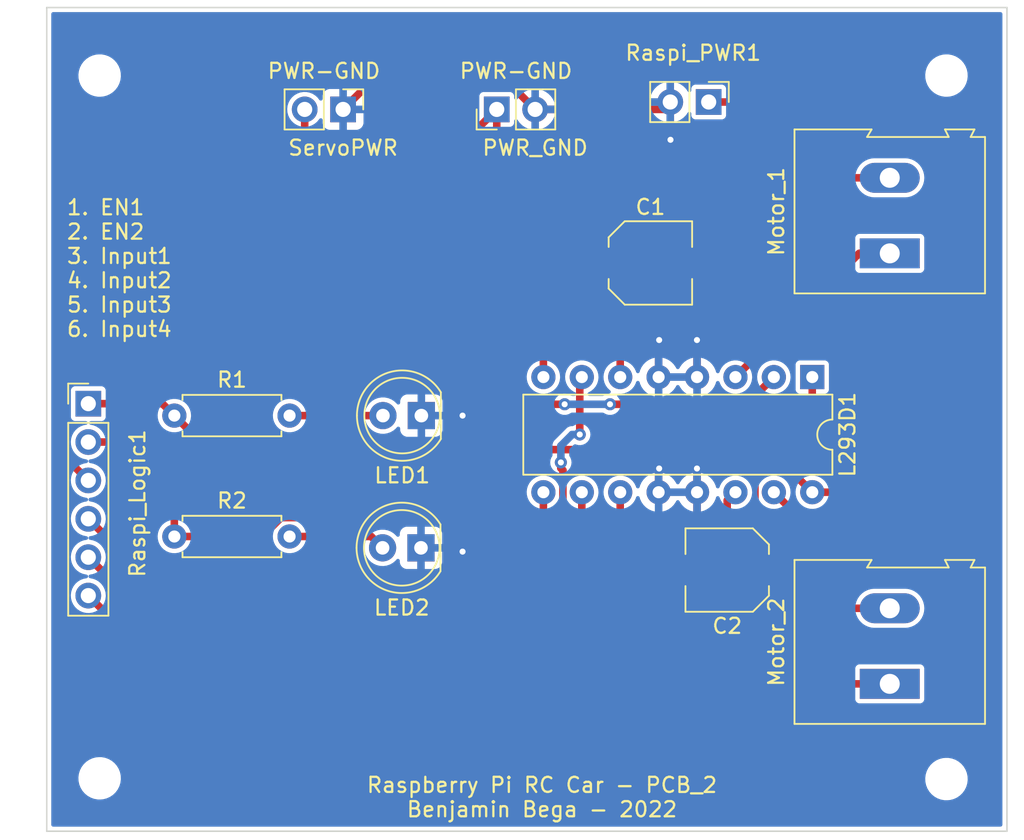
<source format=kicad_pcb>
(kicad_pcb (version 20211014) (generator pcbnew)
  (layers (0 "F.Cu" signal) (31 "B.Cu" power) (34 "B.Paste" user) (35 "F.Paste" user) (36 "B.SilkS" user "B.Silkscreen") (37 "F.SilkS" user "F.Silkscreen") (38 "B.Mask" user) (39 "F.Mask" user) (44 "Edge.Cuts" user))
  (net 0 "")
  (net 1 "GND")
  (net 2 "+7.5V")
  (net 3 "+5V")
  (net 4 "Net-(L293D1-Pad2)")
  (net 5 "Net-(LED1-Pad2)")
  (net 6 "Net-(LED2-Pad2)")
  (net 7 "Net-(L293D1-Pad3)")
  (net 8 "Net-(L293D1-Pad6)")
  (net 9 "Net-(L293D1-Pad7)")
  (net 10 "Net-(L293D1-Pad10)")
  (net 11 "Net-(L293D1-Pad11)")
  (net 12 "Net-(L293D1-Pad14)")
  (net 13 "Net-(L293D1-Pad15)")
  (net 14 "Net-(L293D1-Pad1)")
  (net 15 "Net-(L293D1-Pad9)")
  (footprint "Capacitor_SMD:C_Elec_5x5.4" (layer "F.Cu") (at 185.42 88.9)
    (fp_text reference "C1" (at 0 -3.7) (layer "F.SilkS"))
    (fp_text value "1uF")
    (fp_line (start -2.76 -1.695563) (end -1.695563 -2.76) (layer "F.SilkS") (width 0.12))
    (fp_line (start -2.76 1.695563) (end -2.76 1.06) (layer "F.SilkS") (width 0.12))
    (fp_line (start -1.695563 2.76) (end 2.76 2.76) (layer "F.SilkS") (width 0.12))
    (fp_line (start -1.695563 -2.76) (end 2.76 -2.76) (layer "F.SilkS") (width 0.12))
    (fp_line (start -2.76 -1.695563) (end -2.76 -1.06) (layer "F.SilkS") (width 0.12))
    (fp_line (start 2.76 -2.76) (end 2.76 -1.06) (layer "F.SilkS") (width 0.12))
    (fp_line (start 2.76 2.76) (end 2.76 1.06) (layer "F.SilkS") (width 0.12))
    (fp_line (start -2.76 1.695563) (end -1.695563 2.76) (layer "F.SilkS") (width 0.12))
    (pad "1" smd roundrect (at -2.0625 0) (size 2.775 1.6) (layers "F.Cu" "F.Paste" "F.Mask") (roundrect_rratio 0.15625) (net 2 "+7.5V"))
    (pad "2" smd roundrect (at 2.0625 0) (size 2.775 1.6) (layers "F.Cu" "F.Paste" "F.Mask") (roundrect_rratio 0.15625) (net 1 "GND"))
  )
  (footprint "LED_THT:LED_D5.0mm" (layer "F.Cu") (at 170.275 99 180)
    (fp_text reference "LED1" (at 1.27 -3.96) (layer "F.SilkS"))
    (fp_text value "LED1")
    (fp_line (start -1.29 -1.545) (end -1.29 1.545) (layer "F.SilkS") (width 0.12))
    (fp_arc (start 4.26 -0.000462) (mid 2.072002 2.880433) (end -1.29 1.54483) (layer "F.SilkS") (width 0.12))
    (fp_arc (start -1.29 -1.54483) (mid 2.072002 -2.880433) (end 4.26 0.000462) (layer "F.SilkS") (width 0.12))
    (fp_circle (center 1.27 0) (end 3.77 0) (layer "F.SilkS") (width 0.12) (fill none))
    (pad "1" thru_hole rect (at 0 0 180) (size 1.8 1.8) (drill 0.9) (layers *.Cu *.Mask) (net 1 "GND"))
    (pad "2" thru_hole circle (at 2.54 0 180) (size 1.8 1.8) (drill 0.9) (layers *.Cu *.Mask) (net 5 "Net-(LED1-Pad2)"))
  )
  (footprint "MountingHole:MountingHole_2.2mm_M2" (layer "F.Cu") (at 205 123.05)
    (fp_text reference "H3" hide)
    (fp_text value "MountingHole")
    (pad "" np_thru_hole circle (at 0 0) (size 2.2 2.2) (drill 2.2) (layers *.Cu *.Mask))
  )
  (footprint "Connector_PinHeader_2.54mm:PinHeader_1x02_P2.54mm_Vertical" (layer "F.Cu") (at 165.1 78.74 -90)
    (fp_text reference "ServoPWR" (at 2.54 0 180) (layer "F.SilkS"))
    (fp_text value "ServoPWR/GND")
    (fp_line (start -1.33 0) (end -1.33 -1.33) (layer "F.SilkS") (width 0.12))
    (fp_line (start -1.33 1.27) (end -1.33 3.87) (layer "F.SilkS") (width 0.12))
    (fp_line (start -1.33 1.27) (end 1.33 1.27) (layer "F.SilkS") (width 0.12))
    (fp_line (start 1.33 1.27) (end 1.33 3.87) (layer "F.SilkS") (width 0.12))
    (fp_line (start -1.33 -1.33) (end 0 -1.33) (layer "F.SilkS") (width 0.12))
    (fp_line (start -1.33 3.87) (end 1.33 3.87) (layer "F.SilkS") (width 0.12))
    (pad "1" thru_hole rect (at 0 0 270) (size 1.7 1.7) (drill 1) (layers *.Cu *.Mask) (net 1 "GND"))
    (pad "2" thru_hole oval (at 0 2.54 270) (size 1.7 1.7) (drill 1) (layers *.Cu *.Mask) (net 2 "+7.5V"))
  )
  (footprint "Resistor_THT:R_Axial_DIN0207_L6.3mm_D2.5mm_P7.62mm_Horizontal" (layer "F.Cu") (at 153.94 99)
    (fp_text reference "R1" (at 3.81 -2.37) (layer "F.SilkS"))
    (fp_text value "3.3k")
    (fp_line (start 0.54 1.04) (end 0.54 1.37) (layer "F.SilkS") (width 0.12))
    (fp_line (start 7.08 -1.37) (end 7.08 -1.04) (layer "F.SilkS") (width 0.12))
    (fp_line (start 0.54 1.37) (end 7.08 1.37) (layer "F.SilkS") (width 0.12))
    (fp_line (start 0.54 -1.37) (end 7.08 -1.37) (layer "F.SilkS") (width 0.12))
    (fp_line (start 7.08 1.37) (end 7.08 1.04) (layer "F.SilkS") (width 0.12))
    (fp_line (start 0.54 -1.04) (end 0.54 -1.37) (layer "F.SilkS") (width 0.12))
    (pad "1" thru_hole circle (at 0 0) (size 1.6 1.6) (drill 0.8) (layers *.Cu *.Mask) (net 14 "Net-(L293D1-Pad1)"))
    (pad "2" thru_hole oval (at 7.62 0) (size 1.6 1.6) (drill 0.8) (layers *.Cu *.Mask) (net 5 "Net-(LED1-Pad2)"))
  )
  (footprint "Capacitor_SMD:C_Elec_5x5.4" (layer "F.Cu") (at 190.5 109.22 180)
    (fp_text reference "C2" (at 0 -3.7) (layer "F.SilkS"))
    (fp_text value "1uF")
    (fp_line (start 2.76 2.76) (end 2.76 1.06) (layer "F.SilkS") (width 0.12))
    (fp_line (start -2.76 -1.695563) (end -1.695563 -2.76) (layer "F.SilkS") (width 0.12))
    (fp_line (start -2.76 1.695563) (end -2.76 1.06) (layer "F.SilkS") (width 0.12))
    (fp_line (start -1.695563 2.76) (end 2.76 2.76) (layer "F.SilkS") (width 0.12))
    (fp_line (start -1.695563 -2.76) (end 2.76 -2.76) (layer "F.SilkS") (width 0.12))
    (fp_line (start -2.76 1.695563) (end -1.695563 2.76) (layer "F.SilkS") (width 0.12))
    (fp_line (start 2.76 -2.76) (end 2.76 -1.06) (layer "F.SilkS") (width 0.12))
    (fp_line (start -2.76 -1.695563) (end -2.76 -1.06) (layer "F.SilkS") (width 0.12))
    (pad "1" smd roundrect (at -2.0625 0 180) (size 2.775 1.6) (layers "F.Cu" "F.Paste" "F.Mask") (roundrect_rratio 0.15625) (net 3 "+5V"))
    (pad "2" smd roundrect (at 2.0625 0 180) (size 2.775 1.6) (layers "F.Cu" "F.Paste" "F.Mask") (roundrect_rratio 0.15625) (net 1 "GND"))
  )
  (footprint "Connector_PinHeader_2.54mm:PinHeader_1x06_P2.54mm_Vertical" (layer "F.Cu") (at 148.25 98.21)
    (fp_text reference "Raspi_Logic1" (at 3.25 6.6 90) (layer "F.SilkS"))
    (fp_text value "PiLogicHeaders")
    (fp_line (start -1.33 0) (end -1.33 -1.33) (layer "F.SilkS") (width 0.12))
    (fp_line (start -1.33 1.27) (end -1.33 14.03) (layer "F.SilkS") (width 0.12))
    (fp_line (start 1.33 1.27) (end 1.33 14.03) (layer "F.SilkS") (width 0.12))
    (fp_line (start -1.33 1.27) (end 1.33 1.27) (layer "F.SilkS") (width 0.12))
    (fp_line (start -1.33 14.03) (end 1.33 14.03) (layer "F.SilkS") (width 0.12))
    (fp_line (start -1.33 -1.33) (end 0 -1.33) (layer "F.SilkS") (width 0.12))
    (pad "1" thru_hole rect (at 0 0) (size 1.7 1.7) (drill 1) (layers *.Cu *.Mask) (net 14 "Net-(L293D1-Pad1)"))
    (pad "2" thru_hole oval (at 0 2.54) (size 1.7 1.7) (drill 1) (layers *.Cu *.Mask) (net 15 "Net-(L293D1-Pad9)"))
    (pad "3" thru_hole oval (at 0 5.08) (size 1.7 1.7) (drill 1) (layers *.Cu *.Mask) (net 4 "Net-(L293D1-Pad2)"))
    (pad "4" thru_hole oval (at 0 7.62) (size 1.7 1.7) (drill 1) (layers *.Cu *.Mask) (net 9 "Net-(L293D1-Pad7)"))
    (pad "5" thru_hole oval (at 0 10.16) (size 1.7 1.7) (drill 1) (layers *.Cu *.Mask) (net 10 "Net-(L293D1-Pad10)"))
    (pad "6" thru_hole oval (at 0 12.7) (size 1.7 1.7) (drill 1) (layers *.Cu *.Mask) (net 13 "Net-(L293D1-Pad15)"))
  )
  (footprint "TerminalBlock:TerminalBlock_Altech_AK300-2_P5.00mm" (layer "F.Cu") (at 201.25 88.265 90)
    (fp_text reference "Motor_1" (at 2.765 -7.5 90) (layer "F.SilkS"))
    (fp_text value "MotorTerminal1")
    (fp_line (start 7.7 6.3) (end 7.7 5.35) (layer "F.SilkS") (width 0.12))
    (fp_line (start 7.7 5.35) (end 8.2 5.6) (layer "F.SilkS") (width 0.12))
    (fp_line (start 8.2 5.6) (end 8.2 3.7) (layer "F.SilkS") (width 0.12))
    (fp_line (start 8.2 3.7) (end 8.2 3.65) (layer "F.SilkS") (width 0.12))
    (fp_line (start 8.2 -1.2) (end 8.2 -6.3) (layer "F.SilkS") (width 0.12))
    (fp_line (start -2.65 -6.3) (end -2.65 6.3) (layer "F.SilkS") (width 0.12))
    (fp_line (start 7.7 -1.5) (end 8.2 -1.2) (layer "F.SilkS") (width 0.12))
    (fp_line (start 7.7 3.9) (end 7.7 -1.5) (layer "F.SilkS") (width 0.12))
    (fp_line (start -2.65 6.3) (end 7.7 6.3) (layer "F.SilkS") (width 0.12))
    (fp_line (start 8.2 3.65) (end 7.7 3.9) (layer "F.SilkS") (width 0.12))
    (fp_line (start 8.2 -6.3) (end -2.65 -6.3) (layer "F.SilkS") (width 0.12))
    (pad "1" thru_hole rect (at 0 0 90) (size 1.98 3.96) (drill 1.32) (layers *.Cu *.Mask) (net 7 "Net-(L293D1-Pad3)"))
    (pad "2" thru_hole oval (at 5 0 90) (size 1.98 3.96) (drill 1.32) (layers *.Cu *.Mask) (net 8 "Net-(L293D1-Pad6)"))
  )
  (footprint "MountingHole:MountingHole_2.2mm_M2" (layer "F.Cu") (at 149 76.5)
    (fp_text reference "H1" hide)
    (fp_text value "MountingHole")
    (pad "" np_thru_hole circle (at 0 0) (size 2.2 2.2) (drill 2.2) (layers *.Cu *.Mask))
  )
  (footprint "Resistor_THT:R_Axial_DIN0207_L6.3mm_D2.5mm_P7.62mm_Horizontal" (layer "F.Cu") (at 153.94 107)
    (fp_text reference "R2" (at 3.81 -2.37) (layer "F.SilkS"))
    (fp_text value "3.3k")
    (fp_line (start 0.54 1.04) (end 0.54 1.37) (layer "F.SilkS") (width 0.12))
    (fp_line (start 0.54 -1.04) (end 0.54 -1.37) (layer "F.SilkS") (width 0.12))
    (fp_line (start 0.54 -1.37) (end 7.08 -1.37) (layer "F.SilkS") (width 0.12))
    (fp_line (start 0.54 1.37) (end 7.08 1.37) (layer "F.SilkS") (width 0.12))
    (fp_line (start 7.08 1.37) (end 7.08 1.04) (layer "F.SilkS") (width 0.12))
    (fp_line (start 7.08 -1.37) (end 7.08 -1.04) (layer "F.SilkS") (width 0.12))
    (pad "1" thru_hole circle (at 0 0) (size 1.6 1.6) (drill 0.8) (layers *.Cu *.Mask) (net 15 "Net-(L293D1-Pad9)"))
    (pad "2" thru_hole oval (at 7.62 0) (size 1.6 1.6) (drill 0.8) (layers *.Cu *.Mask) (net 6 "Net-(LED2-Pad2)"))
  )
  (footprint "MountingHole:MountingHole_2.2mm_M2" (layer "F.Cu") (at 149 123)
    (fp_text reference "H4" hide)
    (fp_text value "MountingHole")
    (pad "" np_thru_hole circle (at 0 0) (size 2.2 2.2) (drill 2.2) (layers *.Cu *.Mask))
  )
  (footprint "TerminalBlock:TerminalBlock_Altech_AK300-2_P5.00mm" (layer "F.Cu") (at 201.25 116.75 90)
    (fp_text reference "Motor_2" (at 2.765 -7.5 90) (layer "F.SilkS"))
    (fp_text value "MotorTerminal2")
    (fp_line (start 7.7 3.9) (end 7.7 -1.5) (layer "F.SilkS") (width 0.12))
    (fp_line (start 8.2 3.7) (end 8.2 3.65) (layer "F.SilkS") (width 0.12))
    (fp_line (start 8.2 5.6) (end 8.2 3.7) (layer "F.SilkS") (width 0.12))
    (fp_line (start 8.2 -6.3) (end -2.65 -6.3) (layer "F.SilkS") (width 0.12))
    (fp_line (start 7.7 6.3) (end 7.7 5.35) (layer "F.SilkS") (width 0.12))
    (fp_line (start 7.7 5.35) (end 8.2 5.6) (layer "F.SilkS") (width 0.12))
    (fp_line (start -2.65 6.3) (end 7.7 6.3) (layer "F.SilkS") (width 0.12))
    (fp_line (start 8.2 -1.2) (end 8.2 -6.3) (layer "F.SilkS") (width 0.12))
    (fp_line (start 8.2 3.65) (end 7.7 3.9) (layer "F.SilkS") (width 0.12))
    (fp_line (start -2.65 -6.3) (end -2.65 6.3) (layer "F.SilkS") (width 0.12))
    (fp_line (start 7.7 -1.5) (end 8.2 -1.2) (layer "F.SilkS") (width 0.12))
    (pad "1" thru_hole rect (at 0 0 90) (size 1.98 3.96) (drill 1.32) (layers *.Cu *.Mask) (net 11 "Net-(L293D1-Pad11)"))
    (pad "2" thru_hole oval (at 5 0 90) (size 1.98 3.96) (drill 1.32) (layers *.Cu *.Mask) (net 12 "Net-(L293D1-Pad14)"))
  )
  (footprint "Connector_PinHeader_2.54mm:PinHeader_1x02_P2.54mm_Vertical" (layer "F.Cu") (at 175.26 78.74 90)
    (fp_text reference "PWR_GND" (at -2.54 2.54 180) (layer "F.SilkS"))
    (fp_text value "PWR_GND")
    (fp_line (start 1.33 1.27) (end 1.33 3.87) (layer "F.SilkS") (width 0.12))
    (fp_line (start -1.33 -1.33) (end 0 -1.33) (layer "F.SilkS") (width 0.12))
    (fp_line (start -1.33 3.87) (end 1.33 3.87) (layer "F.SilkS") (width 0.12))
    (fp_line (start -1.33 0) (end -1.33 -1.33) (layer "F.SilkS") (width 0.12))
    (fp_line (start -1.33 1.27) (end -1.33 3.87) (layer "F.SilkS") (width 0.12))
    (fp_line (start -1.33 1.27) (end 1.33 1.27) (layer "F.SilkS") (width 0.12))
    (pad "1" thru_hole rect (at 0 0 90) (size 1.7 1.7) (drill 1) (layers *.Cu *.Mask) (net 2 "+7.5V"))
    (pad "2" thru_hole oval (at 0 2.54 90) (size 1.7 1.7) (drill 1) (layers *.Cu *.Mask) (net 1 "GND"))
  )
  (footprint "MountingHole:MountingHole_2.2mm_M2" (layer "F.Cu") (at 205 76.5)
    (fp_text reference "H2" hide)
    (fp_text value "MountingHole")
    (pad "" np_thru_hole circle (at 0 0) (size 2.2 2.2) (drill 2.2) (layers *.Cu *.Mask))
  )
  (footprint "LED_THT:LED_D5.0mm" (layer "F.Cu") (at 170.25 107.75 180)
    (fp_text reference "LED2" (at 1.27 -3.96) (layer "F.SilkS"))
    (fp_text value "LED2")
    (fp_line (start -1.29 -1.545) (end -1.29 1.545) (layer "F.SilkS") (width 0.12))
    (fp_arc (start 4.26 -0.000462) (mid 2.072002 2.880433) (end -1.29 1.54483) (layer "F.SilkS") (width 0.12))
    (fp_arc (start -1.29 -1.54483) (mid 2.072002 -2.880433) (end 4.26 0.000462) (layer "F.SilkS") (width 0.12))
    (fp_circle (center 1.27 0) (end 3.77 0) (layer "F.SilkS") (width 0.12) (fill none))
    (pad "1" thru_hole rect (at 0 0 180) (size 1.8 1.8) (drill 0.9) (layers *.Cu *.Mask) (net 1 "GND"))
    (pad "2" thru_hole circle (at 2.54 0 180) (size 1.8 1.8) (drill 0.9) (layers *.Cu *.Mask) (net 6 "Net-(LED2-Pad2)"))
  )
  (footprint "Package_DIP:DIP-16_W7.62mm" (layer "F.Cu") (at 196.125 96.45 -90)
    (fp_text reference "L293D1" (at 3.81 -2.33 90) (layer "F.SilkS"))
    (fp_text value "L293D")
    (fp_line (start 6.46 19.11) (end 6.46 -1.33) (layer "F.SilkS") (width 0.12))
    (fp_line (start 1.16 -1.33) (end 1.16 19.11) (layer "F.SilkS") (width 0.12))
    (fp_line (start 2.81 -1.33) (end 1.16 -1.33) (layer "F.SilkS") (width 0.12))
    (fp_line (start 6.46 -1.33) (end 4.81 -1.33) (layer "F.SilkS") (width 0.12))
    (fp_line (start 1.16 19.11) (end 6.46 19.11) (layer "F.SilkS") (width 0.12))
    (fp_arc (start 4.81 -1.33) (mid 3.81 -0.33) (end 2.81 -1.33) (layer "F.SilkS") (width 0.12))
    (pad "1" thru_hole rect (at 0 0 270) (size 1.6 1.6) (drill 0.8) (layers *.Cu *.Mask) (net 14 "Net-(L293D1-Pad1)"))
    (pad "2" thru_hole oval (at 0 2.54 270) (size 1.6 1.6) (drill 0.8) (layers *.Cu *.Mask) (net 4 "Net-(L293D1-Pad2)"))
    (pad "3" thru_hole oval (at 0 5.08 270) (size 1.6 1.6) (drill 0.8) (layers *.Cu *.Mask) (net 7 "Net-(L293D1-Pad3)"))
    (pad "4" thru_hole oval (at 0 7.62 270) (size 1.6 1.6) (drill 0.8) (layers *.Cu *.Mask) (net 1 "GND"))
    (pad "5" thru_hole oval (at 0 10.16 270) (size 1.6 1.6) (drill 0.8) (layers *.Cu *.Mask) (net 1 "GND"))
    (pad "6" thru_hole oval (at 0 12.7 270) (size 1.6 1.6) (drill 0.8) (layers *.Cu *.Mask) (net 8 "Net-(L293D1-Pad6)"))
    (pad "7" thru_hole oval (at 0 15.24 270) (size 1.6 1.6) (drill 0.8) (layers *.Cu *.Mask) (net 9 "Net-(L293D1-Pad7)"))
    (pad "8" thru_hole oval (at 0 17.78 270) (size 1.6 1.6) (drill 0.8) (layers *.Cu *.Mask) (net 2 "+7.5V"))
    (pad "9" thru_hole oval (at 7.62 17.78 270) (size 1.6 1.6) (drill 0.8) (layers *.Cu *.Mask) (net 15 "Net-(L293D1-Pad9)"))
    (pad "10" thru_hole oval (at 7.62 15.24 270) (size 1.6 1.6) (drill 0.8) (layers *.Cu *.Mask) (net 10 "Net-(L293D1-Pad10)"))
    (pad "11" thru_hole oval (at 7.62 12.7 270) (size 1.6 1.6) (drill 0.8) (layers *.Cu *.Mask) (net 11 "Net-(L293D1-Pad11)"))
    (pad "12" thru_hole oval (at 7.62 10.16 270) (size 1.6 1.6) (drill 0.8) (layers *.Cu *.Mask) (net 1 "GND"))
    (pad "13" thru_hole oval (at 7.62 7.62 270) (size 1.6 1.6) (drill 0.8) (layers *.Cu *.Mask) (net 1 "GND"))
    (pad "14" thru_hole oval (at 7.62 5.08 270) (size 1.6 1.6) (drill 0.8) (layers *.Cu *.Mask) (net 12 "Net-(L293D1-Pad14)"))
    (pad "15" thru_hole oval (at 7.62 2.54 270) (size 1.6 1.6) (drill 0.8) (layers *.Cu *.Mask) (net 13 "Net-(L293D1-Pad15)"))
    (pad "16" thru_hole oval (at 7.62 0 270) (size 1.6 1.6) (drill 0.8) (layers *.Cu *.Mask) (net 3 "+5V"))
  )
  (footprint "Connector_PinHeader_2.54mm:PinHeader_1x02_P2.54mm_Vertical" (layer "F.Cu") (at 189.275 78.25 -90)
    (fp_text reference "Raspi_PWR1" (at -3.25 1.025) (layer "F.SilkS"))
    (fp_text value "RaspiPWR/GND")
    (fp_line (start -1.33 -1.33) (end 0 -1.33) (layer "F.SilkS") (width 0.12))
    (fp_line (start -1.33 0) (end -1.33 -1.33) (layer "F.SilkS") (width 0.12))
    (fp_line (start -1.33 1.27) (end 1.33 1.27) (layer "F.SilkS") (width 0.12))
    (fp_line (start -1.33 1.27) (end -1.33 3.87) (layer "F.SilkS") (width 0.12))
    (fp_line (start 1.33 1.27) (end 1.33 3.87) (layer "F.SilkS") (width 0.12))
    (fp_line (start -1.33 3.87) (end 1.33 3.87) (layer "F.SilkS") (width 0.12))
    (pad "1" thru_hole rect (at 0 0 270) (size 1.7 1.7) (drill 1) (layers *.Cu *.Mask) (net 3 "+5V"))
    (pad "2" thru_hole oval (at 0 2.54 270) (size 1.7 1.7) (drill 1) (layers *.Cu *.Mask) (net 1 "GND"))
  )
  (gr_line (start 209 72) (end 209 126.5) (layer "Edge.Cuts") (width 0.1))
  (gr_line (start 145.5 72) (end 145.5 126.5) (layer "Edge.Cuts") (width 0.1))
  (gr_line (start 145.5 72) (end 209 72) (layer "Edge.Cuts") (width 0.1))
  (gr_line (start 145.5 126.5) (end 209 126.5) (layer "Edge.Cuts") (width 0.1))
  (gr_text "PWR-GND" (at 172.72 76.2) (layer "F.SilkS") (effects (font (size 1 1)) (justify left)))
  (gr_text "1. EN1\n2. EN2\n3. Input1\n4. Input2\n5. Input3\n6. Input4" (at 146.75 89.25) (layer "F.SilkS") (effects (font (size 1 1)) (justify left)))
  (gr_text "PWR-GND" (at 160.02 76.2) (layer "F.SilkS") (effects (font (size 1 1)) (justify left)))
  (gr_text "Raspberry Pi RC Car - PCB_2\nBenjamin Bega - 2022" (at 178.25 124.25) (layer "F.SilkS") (effects (font (size 1 1))))
  (segment (start 188.505 94.005) (end 188.5 94) (width 0.5) (layer "F.Cu") (net 1))
  (segment (start 177.8 78.74) (end 186.245 78.74) (width 0.5) (layer "F.Cu") (net 1))
  (segment (start 185.965 104.07) (end 185.965 102.535) (width 0.5) (layer "F.Cu") (net 1))
  (segment (start 186.735 80.735) (end 186.75 80.75) (width 0.5) (layer "F.Cu") (net 1))
  (segment (start 170.25 107.75) (end 172.75 107.75) (width 0.25) (layer "F.Cu") (net 1))
  (segment (start 175.26 76.2) (end 177.8 78.74) (width 0.5) (layer "F.Cu") (net 1))
  (segment (start 188.4375 109.22) (end 188.505 109.1525) (width 0.25) (layer "F.Cu") (net 1))
  (segment (start 165.1 78.74) (end 167.64 76.2) (width 0.5) (layer "F.Cu") (net 1))
  (segment (start 186.245 78.74) (end 186.735 78.25) (width 0.25) (layer "F.Cu") (net 1))
  (segment (start 188.505 109.1525) (end 188.505 104.07) (width 0.5) (layer "F.Cu") (net 1))
  (segment (start 188.5 89.9175) (end 187.4825 88.9) (width 0.5) (layer "F.Cu") (net 1))
  (segment (start 186.735 78.25) (end 186.735 80.735) (width 0.5) (layer "F.Cu") (net 1))
  (segment (start 167.64 76.2) (end 175.26 76.2) (width 0.5) (layer "F.Cu") (net 1))
  (segment (start 185.965 102.535) (end 186 102.5) (width 0.5) (layer "F.Cu") (net 1))
  (segment (start 186 94) (end 185.965 94.035) (width 0.5) (layer "F.Cu") (net 1))
  (segment (start 185.965 94.035) (end 185.965 96.45) (width 0.5) (layer "F.Cu") (net 1))
  (segment (start 172.75 107.75) (end 173 108) (width 0.25) (layer "F.Cu") (net 1))
  (segment (start 188.505 96.45) (end 188.505 94.005) (width 0.5) (layer "F.Cu") (net 1))
  (segment (start 170.275 99) (end 173 99) (width 0.25) (layer "F.Cu") (net 1))
  (segment (start 188.505 104.07) (end 188.505 102.505) (width 0.5) (layer "F.Cu") (net 1))
  (segment (start 188.505 102.505) (end 188.5 102.5) (width 0.5) (layer "F.Cu") (net 1))
  (segment (start 188.5 94) (end 188.5 89.9175) (width 0.5) (layer "F.Cu") (net 1))
  (via (at 173 99) (size 0.8) (drill 0.4) (layers "F.Cu" "B.Cu") (net 1))
  (via (at 186 102.5) (size 0.8) (drill 0.4) (layers "F.Cu" "B.Cu") (net 1))
  (via (at 173 108) (size 0.8) (drill 0.4) (layers "F.Cu" "B.Cu") (net 1))
  (via (at 188.5 102.5) (size 0.8) (drill 0.4) (layers "F.Cu" "B.Cu") (net 1))
  (via (at 186 94) (size 0.8) (drill 0.4) (layers "F.Cu" "B.Cu") (net 1))
  (via (at 186.75 80.75) (size 0.8) (drill 0.4) (layers "F.Cu" "B.Cu") (net 1))
  (via (at 188.5 94) (size 0.8) (drill 0.4) (layers "F.Cu" "B.Cu") (net 1))
  (segment (start 172.72 81.28) (end 162.56 81.28) (width 0.5) (layer "F.Cu") (net 2))
  (segment (start 179.54 88.9) (end 183.3575 88.9) (width 0.5) (layer "F.Cu") (net 2))
  (segment (start 175.26 78.74) (end 172.72 81.28) (width 0.5) (layer "F.Cu") (net 2))
  (segment (start 178.345 90.095) (end 175.75 87.5) (width 0.5) (layer "F.Cu") (net 2))
  (segment (start 175.26 78.74) (end 175.26 87.01) (width 0.5) (layer "F.Cu") (net 2))
  (segment (start 175.26 87.01) (end 175.75 87.5) (width 0.5) (layer "F.Cu") (net 2))
  (segment (start 162.56 81.28) (end 162.56 78.74) (width 0.5) (layer "F.Cu") (net 2))
  (segment (start 178.345 96.45) (end 178.345 90.095) (width 0.5) (layer "F.Cu") (net 2))
  (segment (start 178.345 90.095) (end 179.54 88.9) (width 0.5) (layer "F.Cu") (net 2))
  (segment (start 193.5 78.25) (end 194.5 79.25) (width 0.5) (layer "F.Cu") (net 3))
  (segment (start 193.655 101.6) (end 196.125 104.07) (width 0.5) (layer "F.Cu") (net 3))
  (segment (start 192.460489 102.179511) (end 193.04 101.6) (width 0.5) (layer "F.Cu") (net 3))
  (segment (start 189.275 78.25) (end 193.5 78.25) (width 0.5) (layer "F.Cu") (net 3))
  (segment (start 194.5 79.25) (end 208.25 79.25) (width 0.5) (layer "F.Cu") (net 3))
  (segment (start 208.25 79.25) (end 208.25 94.5) (width 0.5) (layer "F.Cu") (net 3))
  (segment (start 193.04 101.6) (end 193.655 101.6) (width 0.5) (layer "F.Cu") (net 3))
  (segment (start 208.25 94.5) (end 198.68 104.07) (width 0.5) (layer "F.Cu") (net 3))
  (segment (start 192.5625 109.22) (end 192.460489 109.117989) (width 0.25) (layer "F.Cu") (net 3))
  (segment (start 192.460489 109.117989) (end 192.460489 102.179511) (width 0.25) (layer "F.Cu") (net 3))
  (segment (start 198.68 104.07) (end 196.125 104.07) (width 0.5) (layer "F.Cu") (net 3))
  (segment (start 182.75 98.25) (end 191.785 98.25) (width 0.5) (layer "F.Cu") (net 4))
  (segment (start 148.25 103.29) (end 146.950489 101.990489) (width 0.5) (layer "F.Cu") (net 4))
  (segment (start 174.75 95.25) (end 174.75 98.25) (width 0.5) (layer "F.Cu") (net 4))
  (segment (start 146.5 101.5) (end 146.950489 101.950489) (width 0.5) (layer "F.Cu") (net 4))
  (segment (start 174.75 98.25) (end 179.75 98.25) (width 0.5) (layer "F.Cu") (net 4))
  (segment (start 146.5 95.25) (end 146.5 101.5) (width 0.5) (layer "F.Cu") (net 4))
  (segment (start 146.5 95.25) (end 174.75 95.25) (width 0.5) (layer "F.Cu") (net 4))
  (segment (start 146.950489 101.990489) (end 146.950489 101.950489) (width 0.5) (layer "F.Cu") (net 4))
  (segment (start 191.785 98.25) (end 193.585 96.45) (width 0.5) (layer "F.Cu") (net 4))
  (via (at 182.75 98.25) (size 0.8) (drill 0.4) (layers "F.Cu" "B.Cu") (net 4))
  (via (at 179.75 98.25) (size 0.8) (drill 0.4) (layers "F.Cu" "B.Cu") (net 4))
  (segment (start 179.75 98.25) (end 182.75 98.25) (width 0.5) (layer "B.Cu") (net 4))
  (segment (start 161.56 99) (end 167.735 99) (width 0.5) (layer "F.Cu") (net 5))
  (segment (start 166.96 107) (end 167.71 107.75) (width 0.5) (layer "F.Cu") (net 6))
  (segment (start 161.56 107) (end 166.96 107) (width 0.5) (layer "F.Cu") (net 6))
  (segment (start 199.23 88.265) (end 191.045 96.45) (width 0.5) (layer "F.Cu") (net 7))
  (segment (start 201.25 88.265) (end 199.23 88.265) (width 0.5) (layer "F.Cu") (net 7))
  (segment (start 185.275489 91.584511) (end 185.275489 83.409511) (width 0.5) (layer "F.Cu") (net 8))
  (segment (start 183.425 96.45) (end 183.425 93.435) (width 0.5) (layer "F.Cu") (net 8))
  (segment (start 185.42 83.265) (end 201.25 83.265) (width 0.5) (layer "F.Cu") (net 8))
  (segment (start 185.275489 83.409511) (end 185.42 83.265) (width 0.5) (layer "F.Cu") (net 8))
  (segment (start 183.425 93.435) (end 185.275489 91.584511) (width 0.5) (layer "F.Cu") (net 8))
  (segment (start 179.5 102.0995) (end 179.5 102.479022) (width 0.5) (layer "F.Cu") (net 9))
  (segment (start 179.635489 102.614511) (end 179.635489 111.114511) (width 0.5) (layer "F.Cu") (net 9))
  (segment (start 179.5 102.479022) (end 179.635489 102.614511) (width 0.5) (layer "F.Cu") (net 9))
  (segment (start 178.25 112.5) (end 154.92 112.5) (width 0.5) (layer "F.Cu") (net 9))
  (segment (start 180.75 100.25) (end 180.75 96.585) (width 0.5) (layer "F.Cu") (net 9))
  (segment (start 179.635489 111.114511) (end 178.25 112.5) (width 0.5) (layer "F.Cu") (net 9))
  (segment (start 154.92 112.5) (end 148.25 105.83) (width 0.5) (layer "F.Cu") (net 9))
  (segment (start 180.75 96.585) (end 180.885 96.45) (width 0.5) (layer "F.Cu") (net 9))
  (via (at 180.75 100.25) (size 0.8) (drill 0.4) (layers "F.Cu" "B.Cu") (net 9))
  (via (at 179.5 102.0995) (size 0.8) (drill 0.4) (layers "F.Cu" "B.Cu") (net 9))
  (segment (start 179.5 102.0995) (end 179.5 101) (width 0.5) (layer "B.Cu") (net 9))
  (segment (start 180.25 100.25) (end 180.75 100.25) (width 0.5) (layer "B.Cu") (net 9))
  (segment (start 179.5 101) (end 180.25 100.25) (width 0.5) (layer "B.Cu") (net 9))
  (segment (start 148.25 108.37) (end 154.38 114.5) (width 0.5) (layer "F.Cu") (net 10))
  (segment (start 180.885 114.365) (end 180.885 104.07) (width 0.5) (layer "F.Cu") (net 10))
  (segment (start 154.38 114.5) (end 180.75 114.5) (width 0.5) (layer "F.Cu") (net 10))
  (segment (start 180.75 114.5) (end 180.885 114.365) (width 0.5) (layer "F.Cu") (net 10))
  (segment (start 201.25 116.75) (end 190.41 116.75) (width 0.5) (layer "F.Cu") (net 11))
  (segment (start 183.425 109.765) (end 183.425 104.07) (width 0.5) (layer "F.Cu") (net 11))
  (segment (start 190.41 116.75) (end 183.425 109.765) (width 0.5) (layer "F.Cu") (net 11))
  (segment (start 190.5 110.332506) (end 191.917494 111.75) (width 0.5) (layer "F.Cu") (net 12))
  (segment (start 191.917494 111.75) (end 201.25 111.75) (width 0.5) (layer "F.Cu") (net 12))
  (segment (start 191.045 104.07) (end 190.5 104.615) (width 0.5) (layer "F.Cu") (net 12))
  (segment (start 190.5 104.615) (end 190.5 110.332506) (width 0.5) (layer "F.Cu") (net 12))
  (segment (start 208.25 106.75) (end 207.5 106) (width 0.5) (layer "F.Cu") (net 13))
  (segment (start 194.75 106) (end 194.75 105.235) (width 0.5) (layer "F.Cu") (net 13))
  (segment (start 208.25 120.25) (end 208.25 106.75) (width 0.5) (layer "F.Cu") (net 13))
  (segment (start 148.25 110.91) (end 157.59 120.25) (width 0.5) (layer "F.Cu") (net 13))
  (segment (start 157.59 120.25) (end 208.25 120.25) (width 0.5) (layer "F.Cu") (net 13))
  (segment (start 207.5 106) (end 194.75 106) (width 0.5) (layer "F.Cu") (net 13))
  (segment (start 194.75 105.235) (end 193.585 104.07) (width 0.5) (layer "F.Cu") (net 13))
  (segment (start 184 100) (end 194.75 100) (width 0.5) (layer "F.Cu") (net 14))
  (segment (start 182.75 101.25) (end 184 100) (width 0.5) (layer "F.Cu") (net 14))
  (segment (start 153.94 99) (end 156.19 101.25) (width 0.5) (layer "F.Cu") (net 14))
  (segment (start 153.15 98.21) (end 153.94 99) (width 0.5) (layer "F.Cu") (net 14))
  (segment (start 196.125 98.625) (end 196.125 96.45) (width 0.5) (layer "F.Cu") (net 14))
  (segment (start 148.25 98.21) (end 153.15 98.21) (width 0.5) (layer "F.Cu") (net 14))
  (segment (start 156.19 101.25) (end 182.75 101.25) (width 0.5) (layer "F.Cu") (net 14))
  (segment (start 194.75 100) (end 196.125 98.625) (width 0.5) (layer "F.Cu") (net 14))
  (segment (start 148.25 100.75) (end 153.75 100.75) (width 0.5) (layer "F.Cu") (net 15))
  (segment (start 153.94 101.06) (end 153.94 107) (width 0.5) (layer "F.Cu") (net 15))
  (segment (start 178.25 105.75) (end 178.345 105.655) (width 0.5) (layer "F.Cu") (net 15))
  (segment (start 161 105.75) (end 178.25 105.75) (width 0.5) (layer "F.Cu") (net 15))
  (segment (start 178.345 105.655) (end 178.345 104.07) (width 0.5) (layer "F.Cu") (net 15))
  (segment (start 154 101) (end 153.94 101.06) (width 0.5) (layer "F.Cu") (net 15))
  (segment (start 153.75 100.75) (end 154 101) (width 0.5) (layer "F.Cu") (net 15))
  (segment (start 159.75 107) (end 161 105.75) (width 0.5) (layer "F.Cu") (net 15))
  (segment (start 153.94 107) (end 159.75 107) (width 0.5) (layer "F.Cu") (net 15))
  (zone (net 1) (net_name "GND") (layer "B.Cu") (connect_pads (clearance 0.3)) (min_thickness 0.25) (fill yes (thermal_gap 0.5) (thermal_bridge_width 0.5))
    (polygon (pts (xy 209.5 127) (xy 145 127) (xy 144.75 71.5) (xy 209.5 71.5)))
  )
)
</source>
